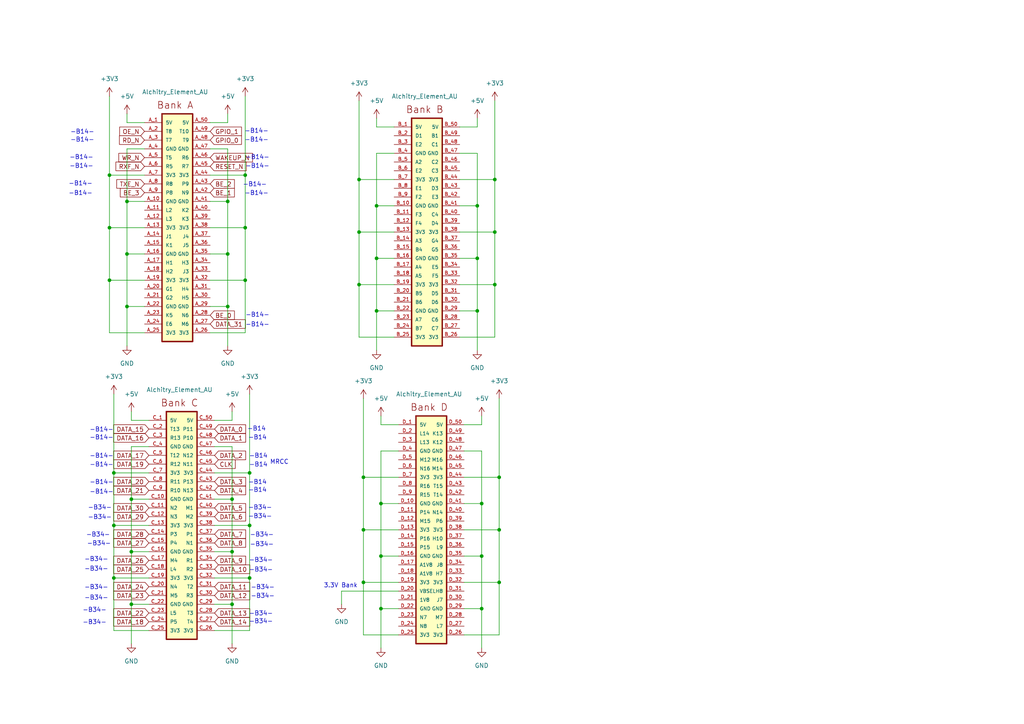
<source format=kicad_sch>
(kicad_sch (version 20231120) (generator "eeschema") (generator_version "8.0")
  (paper "A4")
  (lib_symbols
    (symbol "handheld_mri:Alchitry_Element_AU" (pin_names (offset 1.016))
      (property "Value" "Alchitry_Element_AU" (at -3.81 -38.1 0))
      (symbol "Alchitry_Element_AU_1_0"
        (rectangle (start -3.81 30.48) (end 5.08 -35.56) (stroke (width 0.4064)) (fill (type background)))
        (text "Bank A" (at 0 33.02 0) (effects (font (size 2 2))))
        (pin passive line (at -8.89 27.94 0) (length 5.08) (name "5V") (number "A_1"))
        (pin passive line (at -8.89 5.08 0) (length 5.08) (name "GND") (number "A_10"))
        (pin passive line (at -8.89 2.54 0) (length 5.08) (name "L2") (number "A_11"))
        (pin passive line (at -8.89 0 0) (length 5.08) (name "L3") (number "A_12"))
        (pin passive line (at -8.89 -2.54 0) (length 5.08) (name "3V3") (number "A_13"))
        (pin passive line (at -8.89 -5.08 0) (length 5.08) (name "J1") (number "A_14"))
        (pin passive line (at -8.89 -7.62 0) (length 5.08) (name "K1") (number "A_15"))
        (pin passive line (at -8.89 -10.16 0) (length 5.08) (name "GND") (number "A_16"))
        (pin passive line (at -8.89 -12.7 0) (length 5.08) (name "H1") (number "A_17"))
        (pin passive line (at -8.89 -15.24 0) (length 5.08) (name "H2") (number "A_18"))
        (pin passive line (at -8.89 -17.78 0) (length 5.08) (name "3V3") (number "A_19"))
        (pin passive line (at -8.89 25.4 0) (length 5.08) (name "T8") (number "A_2"))
        (pin passive line (at -8.89 -20.32 0) (length 5.08) (name "G1") (number "A_20"))
        (pin passive line (at -8.89 -22.86 0) (length 5.08) (name "G2") (number "A_21"))
        (pin passive line (at -8.89 -25.4 0) (length 5.08) (name "GND") (number "A_22"))
        (pin passive line (at -8.89 -27.94 0) (length 5.08) (name "K5") (number "A_23"))
        (pin passive line (at -8.89 -30.48 0) (length 5.08) (name "E6") (number "A_24"))
        (pin passive line (at -8.89 -33.02 0) (length 5.08) (name "3V3") (number "A_25"))
        (pin passive line (at 10.16 -33.02 180) (length 5.08) (name "3V3") (number "A_26"))
        (pin passive line (at 10.16 -30.48 180) (length 5.08) (name "M6") (number "A_27"))
        (pin passive line (at 10.16 -27.94 180) (length 5.08) (name "N6") (number "A_28"))
        (pin passive line (at 10.16 -25.4 180) (length 5.08) (name "GND") (number "A_29"))
        (pin passive line (at -8.89 22.86 0) (length 5.08) (name "T7") (number "A_3"))
        (pin passive line (at 10.16 -22.86 180) (length 5.08) (name "H5") (number "A_30"))
        (pin passive line (at 10.16 -20.32 180) (length 5.08) (name "H4") (number "A_31"))
        (pin passive line (at 10.16 -17.78 180) (length 5.08) (name "3V3") (number "A_32"))
        (pin passive line (at 10.16 -15.24 180) (length 5.08) (name "J3") (number "A_33"))
        (pin passive line (at 10.16 -12.7 180) (length 5.08) (name "H3") (number "A_34"))
        (pin passive line (at 10.16 -10.16 180) (length 5.08) (name "GND") (number "A_35"))
        (pin passive line (at 10.16 -7.62 180) (length 5.08) (name "J5") (number "A_36"))
        (pin passive line (at 10.16 -5.08 180) (length 5.08) (name "J4") (number "A_37"))
        (pin passive line (at 10.16 -2.54 180) (length 5.08) (name "3V3") (number "A_38"))
        (pin passive line (at 10.16 0 180) (length 5.08) (name "K3") (number "A_39"))
        (pin passive line (at -8.89 20.32 0) (length 5.08) (name "GND") (number "A_4"))
        (pin passive line (at 10.16 2.54 180) (length 5.08) (name "K2") (number "A_40"))
        (pin passive line (at 10.16 5.08 180) (length 5.08) (name "GND") (number "A_41"))
        (pin passive line (at 10.16 7.62 180) (length 5.08) (name "N9") (number "A_42"))
        (pin passive line (at 10.16 10.16 180) (length 5.08) (name "P9") (number "A_43"))
        (pin passive line (at 10.16 12.7 180) (length 5.08) (name "3V3") (number "A_44"))
        (pin passive line (at 10.16 15.24 180) (length 5.08) (name "R7") (number "A_45"))
        (pin passive line (at 10.16 17.78 180) (length 5.08) (name "R6") (number "A_46"))
        (pin passive line (at 10.16 20.32 180) (length 5.08) (name "GND") (number "A_47"))
        (pin passive line (at 10.16 22.86 180) (length 5.08) (name "T9") (number "A_48"))
        (pin passive line (at 10.16 25.4 180) (length 5.08) (name "T10") (number "A_49"))
        (pin passive line (at -8.89 17.78 0) (length 5.08) (name "T5") (number "A_5"))
        (pin passive line (at 10.16 27.94 180) (length 5.08) (name "5V") (number "A_50"))
        (pin passive line (at -8.89 15.24 0) (length 5.08) (name "R5") (number "A_6"))
        (pin passive line (at -8.89 12.7 0) (length 5.08) (name "3V3") (number "A_7"))
        (pin passive line (at -8.89 10.16 0) (length 5.08) (name "R8") (number "A_8"))
        (pin passive line (at -8.89 7.62 0) (length 5.08) (name "P8") (number "A_9"))
      )
      (symbol "Alchitry_Element_AU_2_0"
        (rectangle (start -3.81 30.48) (end 5.08 -35.56) (stroke (width 0.4064)) (fill (type background)))
        (text "Bank B" (at 0 33.02 0) (effects (font (size 2 2))))
        (pin passive line (at -8.89 27.94 0) (length 5.08) (name "5V") (number "B_1"))
        (pin passive line (at -8.89 5.08 0) (length 5.08) (name "GND") (number "B_10"))
        (pin passive line (at -8.89 2.54 0) (length 5.08) (name "F3") (number "B_11"))
        (pin passive line (at -8.89 0 0) (length 5.08) (name "F4") (number "B_12"))
        (pin passive line (at -8.89 -2.54 0) (length 5.08) (name "3V3") (number "B_13"))
        (pin passive line (at -8.89 -5.08 0) (length 5.08) (name "A3") (number "B_14"))
        (pin passive line (at -8.89 -7.62 0) (length 5.08) (name "B4") (number "B_15"))
        (pin passive line (at -8.89 -10.16 0) (length 5.08) (name "GND") (number "B_16"))
        (pin passive line (at -8.89 -12.7 0) (length 5.08) (name "A4") (number "B_17"))
        (pin passive line (at -8.89 -15.24 0) (length 5.08) (name "A5") (number "B_18"))
        (pin passive line (at -8.89 -17.78 0) (length 5.08) (name "3V3") (number "B_19"))
        (pin passive line (at -8.89 25.4 0) (length 5.08) (name "D1") (number "B_2"))
        (pin passive line (at -8.89 -20.32 0) (length 5.08) (name "B5") (number "B_20"))
        (pin passive line (at -8.89 -22.86 0) (length 5.08) (name "B6") (number "B_21"))
        (pin passive line (at -8.89 -25.4 0) (length 5.08) (name "GND") (number "B_22"))
        (pin passive line (at -8.89 -27.94 0) (length 5.08) (name "A7") (number "B_23"))
        (pin passive line (at -8.89 -30.48 0) (length 5.08) (name "B7") (number "B_24"))
        (pin passive line (at -8.89 -33.02 0) (length 5.08) (name "3V3") (number "B_25"))
        (pin passive line (at 10.16 -33.02 180) (length 5.08) (name "3V3") (number "B_26"))
        (pin passive line (at 10.16 -30.48 180) (length 5.08) (name "C7") (number "B_27"))
        (pin passive line (at 10.16 -27.94 180) (length 5.08) (name "C6") (number "B_28"))
        (pin passive line (at 10.16 -25.4 180) (length 5.08) (name "GND") (number "B_29"))
        (pin passive line (at -8.89 22.86 0) (length 5.08) (name "E2") (number "B_3"))
        (pin passive line (at 10.16 -22.86 180) (length 5.08) (name "D6") (number "B_30"))
        (pin passive line (at 10.16 -20.32 180) (length 5.08) (name "D5") (number "B_31"))
        (pin passive line (at 10.16 -17.78 180) (length 5.08) (name "3V3") (number "B_32"))
        (pin passive line (at 10.16 -15.24 180) (length 5.08) (name "F5") (number "B_33"))
        (pin passive line (at 10.16 -12.7 180) (length 5.08) (name "E5") (number "B_34"))
        (pin passive line (at 10.16 -10.16 180) (length 5.08) (name "GND") (number "B_35"))
        (pin passive line (at 10.16 -7.62 180) (length 5.08) (name "G5") (number "B_36"))
        (pin passive line (at 10.16 -5.08 180) (length 5.08) (name "G4") (number "B_37"))
        (pin passive line (at 10.16 -2.54 180) (length 5.08) (name "3V3") (number "B_38"))
        (pin passive line (at 10.16 0 180) (length 5.08) (name "D4") (number "B_39"))
        (pin passive line (at -8.89 20.32 0) (length 5.08) (name "GND") (number "B_4"))
        (pin passive line (at 10.16 2.54 180) (length 5.08) (name "C4") (number "B_40"))
        (pin passive line (at 10.16 5.08 180) (length 5.08) (name "GND") (number "B_41"))
        (pin passive line (at 10.16 7.62 180) (length 5.08) (name "E3") (number "B_42"))
        (pin passive line (at 10.16 10.16 180) (length 5.08) (name "D3") (number "B_43"))
        (pin passive line (at 10.16 12.7 180) (length 5.08) (name "3V3") (number "B_44"))
        (pin passive line (at 10.16 15.24 180) (length 5.08) (name "C3") (number "B_45"))
        (pin passive line (at 10.16 17.78 180) (length 5.08) (name "C2") (number "B_46"))
        (pin passive line (at 10.16 20.32 180) (length 5.08) (name "GND") (number "B_47"))
        (pin passive line (at 10.16 22.86 180) (length 5.08) (name "C1") (number "B_48"))
        (pin passive line (at 10.16 25.4 180) (length 5.08) (name "B1") (number "B_49"))
        (pin passive line (at -8.89 17.78 0) (length 5.08) (name "A2") (number "B_5"))
        (pin passive line (at 10.16 27.94 180) (length 5.08) (name "5V") (number "B_50"))
        (pin passive line (at -8.89 15.24 0) (length 5.08) (name "E2") (number "B_6"))
        (pin passive line (at -8.89 12.7 0) (length 5.08) (name "3V3") (number "B_7"))
        (pin passive line (at -8.89 10.16 0) (length 5.08) (name "E1") (number "B_8"))
        (pin passive line (at -8.89 7.62 0) (length 5.08) (name "F2") (number "B_9"))
      )
      (symbol "Alchitry_Element_AU_3_0"
        (rectangle (start -3.81 30.48) (end 5.08 -35.56) (stroke (width 0.4064)) (fill (type background)))
        (text "Bank C" (at 0 33.02 0) (effects (font (size 2 2))))
        (pin passive line (at -8.89 27.94 0) (length 5.08) (name "5V") (number "C_1"))
        (pin passive line (at -8.89 5.08 0) (length 5.08) (name "GND") (number "C_10"))
        (pin passive line (at -8.89 2.54 0) (length 5.08) (name "N2") (number "C_11"))
        (pin passive line (at -8.89 0 0) (length 5.08) (name "N3") (number "C_12"))
        (pin passive line (at -8.89 -2.54 0) (length 5.08) (name "3V3") (number "C_13"))
        (pin passive line (at -8.89 -5.08 0) (length 5.08) (name "P3") (number "C_14"))
        (pin passive line (at -8.89 -7.62 0) (length 5.08) (name "P4") (number "C_15"))
        (pin passive line (at -8.89 -10.16 0) (length 5.08) (name "GND") (number "C_16"))
        (pin passive line (at -8.89 -12.7 0) (length 5.08) (name "M4") (number "C_17"))
        (pin passive line (at -8.89 -15.24 0) (length 5.08) (name "L4") (number "C_18"))
        (pin passive line (at -8.89 -17.78 0) (length 5.08) (name "3V3") (number "C_19"))
        (pin passive line (at -8.89 25.4 0) (length 5.08) (name "T13") (number "C_2"))
        (pin passive line (at -8.89 -20.32 0) (length 5.08) (name "N4") (number "C_20"))
        (pin passive line (at -8.89 -22.86 0) (length 5.08) (name "M5") (number "C_21"))
        (pin passive line (at -8.89 -25.4 0) (length 5.08) (name "GND") (number "C_22"))
        (pin passive line (at -8.89 -27.94 0) (length 5.08) (name "L5") (number "C_23"))
        (pin passive line (at -8.89 -30.48 0) (length 5.08) (name "P5") (number "C_24"))
        (pin passive line (at -8.89 -33.02 0) (length 5.08) (name "3V3") (number "C_25"))
        (pin passive line (at 10.16 -33.02 180) (length 5.08) (name "3V3") (number "C_26"))
        (pin passive line (at 10.16 -30.48 180) (length 5.08) (name "T4") (number "C_27"))
        (pin passive line (at 10.16 -27.94 180) (length 5.08) (name "T3") (number "C_28"))
        (pin passive line (at 10.16 -25.4 180) (length 5.08) (name "GND") (number "C_29"))
        (pin passive line (at -8.89 22.86 0) (length 5.08) (name "R13") (number "C_3"))
        (pin passive line (at 10.16 -22.86 180) (length 5.08) (name "R3") (number "C_30"))
        (pin passive line (at 10.16 -20.32 180) (length 5.08) (name "T2") (number "C_31"))
        (pin passive line (at 10.16 -17.78 180) (length 5.08) (name "3V3") (number "C_32"))
        (pin passive line (at 10.16 -15.24 180) (length 5.08) (name "R2") (number "C_33"))
        (pin passive line (at 10.16 -12.7 180) (length 5.08) (name "R1") (number "C_34"))
        (pin passive line (at 10.16 -10.16 180) (length 5.08) (name "GND") (number "C_35"))
        (pin passive line (at 10.16 -7.62 180) (length 5.08) (name "N1") (number "C_36"))
        (pin passive line (at 10.16 -5.08 180) (length 5.08) (name "P1") (number "C_37"))
        (pin passive line (at 10.16 -2.54 180) (length 5.08) (name "3V3") (number "C_38"))
        (pin passive line (at 10.16 0 180) (length 5.08) (name "M2") (number "C_39"))
        (pin passive line (at -8.89 20.32 0) (length 5.08) (name "GND") (number "C_4"))
        (pin passive line (at 10.16 2.54 180) (length 5.08) (name "M1") (number "C_40"))
        (pin passive line (at 10.16 5.08 180) (length 5.08) (name "GND") (number "C_41"))
        (pin passive line (at 10.16 7.62 180) (length 5.08) (name "N13") (number "C_42"))
        (pin passive line (at 10.16 10.16 180) (length 5.08) (name "P13") (number "C_43"))
        (pin passive line (at 10.16 12.7 180) (length 5.08) (name "3V3") (number "C_44"))
        (pin passive line (at 10.16 15.24 180) (length 5.08) (name "N11") (number "C_45"))
        (pin passive line (at 10.16 17.78 180) (length 5.08) (name "N12") (number "C_46"))
        (pin passive line (at 10.16 20.32 180) (length 5.08) (name "GND") (number "C_47"))
        (pin passive line (at 10.16 22.86 180) (length 5.08) (name "P10") (number "C_48"))
        (pin passive line (at 10.16 25.4 180) (length 5.08) (name "P11") (number "C_49"))
        (pin passive line (at -8.89 17.78 0) (length 5.08) (name "T12") (number "C_5"))
        (pin passive line (at 10.16 27.94 180) (length 5.08) (name "5V") (number "C_50"))
        (pin passive line (at -8.89 15.24 0) (length 5.08) (name "R12") (number "C_6"))
        (pin passive line (at -8.89 12.7 0) (length 5.08) (name "3V3") (number "C_7"))
        (pin passive line (at -8.89 10.16 0) (length 5.08) (name "R11") (number "C_8"))
        (pin passive line (at -8.89 7.62 0) (length 5.08) (name "R10") (number "C_9"))
      )
      (symbol "Alchitry_Element_AU_4_0"
        (rectangle (start -3.81 30.48) (end 5.08 -35.56) (stroke (width 0.4064)) (fill (type background)))
        (text "Bank D" (at 0 33.02 0) (effects (font (size 2 2))))
        (pin passive line (at -8.89 27.94 0) (length 5.08) (name "5V") (number "D_1"))
        (pin passive line (at -8.89 5.08 0) (length 5.08) (name "GND") (number "D_10"))
        (pin passive line (at -8.89 2.54 0) (length 5.08) (name "P14") (number "D_11"))
        (pin passive line (at -8.89 0 0) (length 5.08) (name "M15") (number "D_12"))
        (pin passive line (at -8.89 -2.54 0) (length 5.08) (name "3V3") (number "D_13"))
        (pin passive line (at -8.89 -5.08 0) (length 5.08) (name "P16") (number "D_14"))
        (pin passive line (at -8.89 -7.62 0) (length 5.08) (name "P15") (number "D_15"))
        (pin passive line (at -8.89 -10.16 0) (length 5.08) (name "GND") (number "D_16"))
        (pin passive line (at -8.89 -12.7 0) (length 5.08) (name "A1V8") (number "D_17"))
        (pin passive line (at -8.89 -15.24 0) (length 5.08) (name "A1V8") (number "D_18"))
        (pin passive line (at -8.89 -17.78 0) (length 5.08) (name "3V3") (number "D_19"))
        (pin passive line (at -8.89 25.4 0) (length 5.08) (name "L14") (number "D_2"))
        (pin passive line (at -8.89 -20.32 0) (length 5.08) (name "VBSEL") (number "D_20"))
        (pin passive line (at -8.89 -22.86 0) (length 5.08) (name "1V8") (number "D_21"))
        (pin passive line (at -8.89 -25.4 0) (length 5.08) (name "GND") (number "D_22"))
        (pin passive line (at -8.89 -27.94 0) (length 5.08) (name "N7") (number "D_23"))
        (pin passive line (at -8.89 -30.48 0) (length 5.08) (name "N8") (number "D_24"))
        (pin passive line (at -8.89 -33.02 0) (length 5.08) (name "3V3") (number "D_25"))
        (pin passive line (at 10.16 -33.02 180) (length 5.08) (name "3V3") (number "D_26"))
        (pin passive line (at 10.16 -30.48 180) (length 5.08) (name "L7") (number "D_27"))
        (pin passive line (at 10.16 -27.94 180) (length 5.08) (name "M7") (number "D_28"))
        (pin passive line (at 10.16 -25.4 180) (length 5.08) (name "GND") (number "D_29"))
        (pin passive line (at -8.89 22.86 0) (length 5.08) (name "L13") (number "D_3"))
        (pin passive line (at 10.16 -22.86 180) (length 5.08) (name "J7") (number "D_30"))
        (pin passive line (at 10.16 -20.32 180) (length 5.08) (name "H8") (number "D_31"))
        (pin passive line (at 10.16 -17.78 180) (length 5.08) (name "3V3") (number "D_32"))
        (pin passive line (at 10.16 -15.24 180) (length 5.08) (name "H7") (number "D_33"))
        (pin passive line (at 10.16 -12.7 180) (length 5.08) (name "J8") (number "D_34"))
        (pin passive line (at 10.16 -10.16 180) (length 5.08) (name "GND") (number "D_35"))
        (pin passive line (at 10.16 -7.62 180) (length 5.08) (name "L9") (number "D_36"))
        (pin passive line (at 10.16 -5.08 180) (length 5.08) (name "H10") (number "D_37"))
        (pin passive line (at 10.16 -2.54 180) (length 5.08) (name "3V3") (number "D_38"))
        (pin passive line (at 10.16 0 180) (length 5.08) (name "P6") (number "D_39"))
        (pin passive line (at -8.89 20.32 0) (length 5.08) (name "GND") (number "D_4"))
        (pin passive line (at 10.16 2.54 180) (length 5.08) (name "N14") (number "D_40"))
        (pin passive line (at 10.16 5.08 180) (length 5.08) (name "GND") (number "D_41"))
        (pin passive line (at 10.16 7.62 180) (length 5.08) (name "T14") (number "D_42"))
        (pin passive line (at 10.16 10.16 180) (length 5.08) (name "T15") (number "D_43"))
        (pin passive line (at 10.16 12.7 180) (length 5.08) (name "3V3") (number "D_44"))
        (pin passive line (at 10.16 15.24 180) (length 5.08) (name "M14") (number "D_45"))
        (pin passive line (at 10.16 17.78 180) (length 5.08) (name "M16") (number "D_46"))
        (pin passive line (at 10.16 20.32 180) (length 5.08) (name "GND") (number "D_47"))
        (pin passive line (at 10.16 22.86 180) (length 5.08) (name "K12") (number "D_48"))
        (pin passive line (at 10.16 25.4 180) (length 5.08) (name "K13") (number "D_49"))
        (pin passive line (at -8.89 17.78 0) (length 5.08) (name "M12") (number "D_5"))
        (pin passive line (at 10.16 27.94 180) (length 5.08) (name "5V") (number "D_50"))
        (pin passive line (at -8.89 15.24 0) (length 5.08) (name "N16") (number "D_6"))
        (pin passive line (at -8.89 12.7 0) (length 5.08) (name "3V3") (number "D_7"))
        (pin passive line (at -8.89 10.16 0) (length 5.08) (name "R16") (number "D_8"))
        (pin passive line (at -8.89 7.62 0) (length 5.08) (name "R15") (number "D_9"))
      )
    )
    (symbol "power:+3V3" (power) (pin_names (offset 0))
      (property "Value" "+3V3" (at 0 3.556 0))
      (symbol "+3V3_0_1"
        (polyline (pts (xy -0.762 1.27) (xy 0 2.54)))
        (polyline (pts (xy 0 0) (xy 0 2.54)))
        (polyline (pts (xy 0 2.54) (xy 0.762 1.27)))
      )
      (symbol "+3V3_1_1"
        (pin power_in line (at 0 0 90) (length 0) hide (name "+3V3") (number "1"))
      )
    )
    (symbol "power:+5V" (power) (pin_names (offset 0))
      (property "Value" "+5V" (at 0 3.556 0))
      (symbol "+5V_0_1"
        (polyline (pts (xy -0.762 1.27) (xy 0 2.54)))
        (polyline (pts (xy 0 0) (xy 0 2.54)))
        (polyline (pts (xy 0 2.54) (xy 0.762 1.27)))
      )
      (symbol "+5V_1_1"
        (pin power_in line (at 0 0 90) (length 0) hide (name "+5V") (number "1"))
      )
    )
    (symbol "power:GND" (power) (pin_names (offset 0))
      (property "Value" "GND" (at 0 -3.81 0))
      (symbol "GND_0_1"
        (polyline (pts (xy 0 0) (xy 0 -1.27) (xy 1.27 -1.27) (xy 0 -2.54) (xy -1.27 -1.27) (xy 0 -1.27)))
      )
      (symbol "GND_1_1"
        (pin power_in line (at 0 0 270) (length 0) hide (name "GND") (number "1"))
      )
    )
  )
  (junction (at 71.12 50.8))
  (junction (at 33.02 137.16))
  (junction (at 38.1 144.78))
  (junction (at 110.49 146.05))
  (junction (at 36.83 88.9))
  (junction (at 143.51 67.31))
  (junction (at 36.83 58.42))
  (junction (at 33.02 167.64))
  (junction (at 71.12 66.04))
  (junction (at 139.7 146.05))
  (junction (at 143.51 82.55))
  (junction (at 67.31 160.02))
  (junction (at 144.78 168.91))
  (junction (at 104.14 82.55))
  (junction (at 144.78 153.67))
  (junction (at 72.39 137.16))
  (junction (at 109.22 59.69))
  (junction (at 71.12 81.28))
  (junction (at 144.78 138.43))
  (junction (at 105.41 138.43))
  (junction (at 104.14 67.31))
  (junction (at 104.14 52.07))
  (junction (at 138.43 59.69))
  (junction (at 31.75 81.28))
  (junction (at 36.83 73.66))
  (junction (at 31.75 50.8))
  (junction (at 105.41 153.67))
  (junction (at 33.02 152.4))
  (junction (at 110.49 176.53))
  (junction (at 72.39 167.64))
  (junction (at 105.41 168.91))
  (junction (at 66.04 73.66))
  (junction (at 138.43 90.17))
  (junction (at 110.49 161.29))
  (junction (at 139.7 176.53))
  (junction (at 67.31 175.26))
  (junction (at 143.51 52.07))
  (junction (at 109.22 90.17))
  (junction (at 72.39 152.4))
  (junction (at 67.31 144.78))
  (junction (at 66.04 88.9))
  (junction (at 109.22 74.93))
  (junction (at 138.43 74.93))
  (junction (at 139.7 161.29))
  (junction (at 31.75 66.04))
  (junction (at 66.04 58.42))
  (junction (at 38.1 160.02))
  (junction (at 38.1 175.26))
  (wire (pts (xy 71.12 81.28) (xy 71.12 66.04)))
  (wire (pts (xy 105.41 115.57) (xy 105.41 138.43)))
  (wire (pts (xy 109.22 90.17) (xy 114.3 90.17)))
  (wire (pts (xy 62.23 121.92) (xy 67.31 121.92)))
  (wire (pts (xy 72.39 152.4) (xy 72.39 137.16)))
  (wire (pts (xy 60.96 35.56) (xy 66.04 35.56)))
  (wire (pts (xy 138.43 74.93) (xy 133.35 74.93)))
  (wire (pts (xy 66.04 43.18) (xy 66.04 58.42)))
  (wire (pts (xy 134.62 123.19) (xy 139.7 123.19)))
  (wire (pts (xy 66.04 88.9) (xy 60.96 88.9)))
  (wire (pts (xy 67.31 175.26) (xy 67.31 186.69)))
  (wire (pts (xy 66.04 58.42) (xy 60.96 58.42)))
  (wire (pts (xy 66.04 58.42) (xy 66.04 73.66)))
  (wire (pts (xy 36.83 88.9) (xy 36.83 100.33)))
  (wire (pts (xy 31.75 96.52) (xy 31.75 81.28)))
  (wire (pts (xy 133.35 97.79) (xy 143.51 97.79)))
  (wire (pts (xy 38.1 175.26) (xy 38.1 186.69)))
  (wire (pts (xy 38.1 129.54) (xy 38.1 144.78)))
  (wire (pts (xy 115.57 184.15) (xy 105.41 184.15)))
  (wire (pts (xy 138.43 44.45) (xy 138.43 59.69)))
  (wire (pts (xy 115.57 123.19) (xy 110.49 123.19)))
  (wire (pts (xy 31.75 66.04) (xy 41.91 66.04)))
  (wire (pts (xy 38.1 175.26) (xy 43.18 175.26)))
  (wire (pts (xy 110.49 146.05) (xy 110.49 161.29)))
  (wire (pts (xy 138.43 59.69) (xy 138.43 74.93)))
  (wire (pts (xy 36.83 43.18) (xy 36.83 58.42)))
  (wire (pts (xy 104.14 82.55) (xy 104.14 67.31)))
  (wire (pts (xy 60.96 43.18) (xy 66.04 43.18)))
  (wire (pts (xy 144.78 184.15) (xy 144.78 168.91)))
  (wire (pts (xy 144.78 153.67) (xy 134.62 153.67)))
  (wire (pts (xy 38.1 144.78) (xy 38.1 160.02)))
  (wire (pts (xy 133.35 36.83) (xy 138.43 36.83)))
  (wire (pts (xy 67.31 144.78) (xy 67.31 160.02)))
  (wire (pts (xy 38.1 160.02) (xy 43.18 160.02)))
  (wire (pts (xy 110.49 176.53) (xy 115.57 176.53)))
  (wire (pts (xy 109.22 36.83) (xy 109.22 34.29)))
  (wire (pts (xy 104.14 52.07) (xy 114.3 52.07)))
  (wire (pts (xy 67.31 160.02) (xy 62.23 160.02)))
  (wire (pts (xy 62.23 182.88) (xy 72.39 182.88)))
  (wire (pts (xy 71.12 27.94) (xy 71.12 50.8)))
  (wire (pts (xy 72.39 152.4) (xy 62.23 152.4)))
  (wire (pts (xy 43.18 121.92) (xy 38.1 121.92)))
  (wire (pts (xy 71.12 66.04) (xy 60.96 66.04)))
  (wire (pts (xy 36.83 58.42) (xy 36.83 73.66)))
  (wire (pts (xy 139.7 123.19) (xy 139.7 120.65)))
  (wire (pts (xy 38.1 121.92) (xy 38.1 119.38)))
  (wire (pts (xy 72.39 114.3) (xy 72.39 137.16)))
  (wire (pts (xy 143.51 82.55) (xy 143.51 67.31)))
  (wire (pts (xy 31.75 81.28) (xy 31.75 66.04)))
  (wire (pts (xy 72.39 137.16) (xy 62.23 137.16)))
  (wire (pts (xy 144.78 153.67) (xy 144.78 138.43)))
  (wire (pts (xy 143.51 82.55) (xy 133.35 82.55)))
  (wire (pts (xy 109.22 44.45) (xy 109.22 59.69)))
  (wire (pts (xy 138.43 74.93) (xy 138.43 90.17)))
  (wire (pts (xy 139.7 146.05) (xy 134.62 146.05)))
  (wire (pts (xy 66.04 88.9) (xy 66.04 100.33)))
  (wire (pts (xy 139.7 146.05) (xy 139.7 161.29)))
  (wire (pts (xy 144.78 168.91) (xy 144.78 153.67)))
  (wire (pts (xy 72.39 167.64) (xy 62.23 167.64)))
  (wire (pts (xy 115.57 130.81) (xy 110.49 130.81)))
  (wire (pts (xy 104.14 67.31) (xy 114.3 67.31)))
  (wire (pts (xy 36.83 58.42) (xy 41.91 58.42)))
  (wire (pts (xy 105.41 138.43) (xy 115.57 138.43)))
  (wire (pts (xy 143.51 67.31) (xy 133.35 67.31)))
  (wire (pts (xy 105.41 168.91) (xy 105.41 153.67)))
  (wire (pts (xy 33.02 114.3) (xy 33.02 137.16)))
  (wire (pts (xy 104.14 97.79) (xy 104.14 82.55)))
  (wire (pts (xy 33.02 167.64) (xy 43.18 167.64)))
  (wire (pts (xy 143.51 67.31) (xy 143.51 52.07)))
  (wire (pts (xy 138.43 36.83) (xy 138.43 34.29)))
  (wire (pts (xy 36.83 73.66) (xy 36.83 88.9)))
  (wire (pts (xy 105.41 168.91) (xy 115.57 168.91)))
  (wire (pts (xy 110.49 123.19) (xy 110.49 120.65)))
  (wire (pts (xy 67.31 175.26) (xy 62.23 175.26)))
  (wire (pts (xy 109.22 74.93) (xy 109.22 90.17)))
  (wire (pts (xy 143.51 29.21) (xy 143.51 52.07)))
  (wire (pts (xy 31.75 66.04) (xy 31.75 50.8)))
  (wire (pts (xy 105.41 184.15) (xy 105.41 168.91)))
  (wire (pts (xy 143.51 52.07) (xy 133.35 52.07)))
  (wire (pts (xy 139.7 161.29) (xy 134.62 161.29)))
  (wire (pts (xy 38.1 144.78) (xy 43.18 144.78)))
  (wire (pts (xy 144.78 168.91) (xy 134.62 168.91)))
  (wire (pts (xy 143.51 97.79) (xy 143.51 82.55)))
  (wire (pts (xy 110.49 176.53) (xy 110.49 187.96)))
  (wire (pts (xy 72.39 167.64) (xy 72.39 152.4)))
  (wire (pts (xy 67.31 129.54) (xy 67.31 144.78)))
  (wire (pts (xy 99.06 171.45) (xy 115.57 171.45)))
  (wire (pts (xy 62.23 129.54) (xy 67.31 129.54)))
  (wire (pts (xy 104.14 29.21) (xy 104.14 52.07)))
  (wire (pts (xy 33.02 167.64) (xy 33.02 152.4)))
  (wire (pts (xy 139.7 130.81) (xy 139.7 146.05)))
  (wire (pts (xy 114.3 36.83) (xy 109.22 36.83)))
  (wire (pts (xy 104.14 67.31) (xy 104.14 52.07)))
  (wire (pts (xy 138.43 90.17) (xy 138.43 101.6)))
  (wire (pts (xy 36.83 73.66) (xy 41.91 73.66)))
  (wire (pts (xy 104.14 82.55) (xy 114.3 82.55)))
  (wire (pts (xy 41.91 43.18) (xy 36.83 43.18)))
  (wire (pts (xy 99.06 175.26) (xy 99.06 171.45)))
  (wire (pts (xy 41.91 96.52) (xy 31.75 96.52)))
  (wire (pts (xy 71.12 50.8) (xy 60.96 50.8)))
  (wire (pts (xy 110.49 161.29) (xy 115.57 161.29)))
  (wire (pts (xy 144.78 138.43) (xy 134.62 138.43)))
  (wire (pts (xy 109.22 90.17) (xy 109.22 101.6)))
  (wire (pts (xy 72.39 182.88) (xy 72.39 167.64)))
  (wire (pts (xy 43.18 182.88) (xy 33.02 182.88)))
  (wire (pts (xy 66.04 35.56) (xy 66.04 33.02)))
  (wire (pts (xy 109.22 74.93) (xy 114.3 74.93)))
  (wire (pts (xy 139.7 176.53) (xy 139.7 187.96)))
  (wire (pts (xy 33.02 152.4) (xy 33.02 137.16)))
  (wire (pts (xy 31.75 50.8) (xy 41.91 50.8)))
  (wire (pts (xy 110.49 161.29) (xy 110.49 176.53)))
  (wire (pts (xy 138.43 59.69) (xy 133.35 59.69)))
  (wire (pts (xy 134.62 130.81) (xy 139.7 130.81)))
  (wire (pts (xy 33.02 182.88) (xy 33.02 167.64)))
  (wire (pts (xy 144.78 115.57) (xy 144.78 138.43)))
  (wire (pts (xy 60.96 96.52) (xy 71.12 96.52)))
  (wire (pts (xy 67.31 160.02) (xy 67.31 175.26)))
  (wire (pts (xy 138.43 90.17) (xy 133.35 90.17)))
  (wire (pts (xy 110.49 130.81) (xy 110.49 146.05)))
  (wire (pts (xy 114.3 44.45) (xy 109.22 44.45)))
  (wire (pts (xy 36.83 88.9) (xy 41.91 88.9)))
  (wire (pts (xy 71.12 66.04) (xy 71.12 50.8)))
  (wire (pts (xy 105.41 153.67) (xy 105.41 138.43)))
  (wire (pts (xy 139.7 176.53) (xy 134.62 176.53)))
  (wire (pts (xy 38.1 160.02) (xy 38.1 175.26)))
  (wire (pts (xy 71.12 81.28) (xy 60.96 81.28)))
  (wire (pts (xy 66.04 73.66) (xy 60.96 73.66)))
  (wire (pts (xy 66.04 73.66) (xy 66.04 88.9)))
  (wire (pts (xy 71.12 96.52) (xy 71.12 81.28)))
  (wire (pts (xy 109.22 59.69) (xy 114.3 59.69)))
  (wire (pts (xy 36.83 35.56) (xy 36.83 33.02)))
  (wire (pts (xy 109.22 59.69) (xy 109.22 74.93)))
  (wire (pts (xy 33.02 152.4) (xy 43.18 152.4)))
  (wire (pts (xy 67.31 144.78) (xy 62.23 144.78)))
  (wire (pts (xy 33.02 137.16) (xy 43.18 137.16)))
  (wire (pts (xy 105.41 153.67) (xy 115.57 153.67)))
  (wire (pts (xy 31.75 27.94) (xy 31.75 50.8)))
  (wire (pts (xy 67.31 121.92) (xy 67.31 119.38)))
  (wire (pts (xy 43.18 129.54) (xy 38.1 129.54)))
  (wire (pts (xy 41.91 35.56) (xy 36.83 35.56)))
  (wire (pts (xy 110.49 146.05) (xy 115.57 146.05)))
  (wire (pts (xy 31.75 81.28) (xy 41.91 81.28)))
  (wire (pts (xy 134.62 184.15) (xy 144.78 184.15)))
  (wire (pts (xy 139.7 161.29) (xy 139.7 176.53)))
  (wire (pts (xy 114.3 97.79) (xy 104.14 97.79)))
  (wire (pts (xy 133.35 44.45) (xy 138.43 44.45)))
  (text "-B34-" (at 27.94 162.306 0) (effects (font (size 1.27 1.27))))
  (text "-B14-" (at 74.422 40.64 0) (effects (font (size 1.27 1.27))))
  (text "-B34-" (at 28.448 155.194 0) (effects (font (size 1.27 1.27))))
  (text "-B14-" (at 29.464 124.714 0) (effects (font (size 1.27 1.27))))
  (text "-B34-" (at 75.438 147.32 0) (effects (font (size 1.27 1.27))))
  (text "-B14-" (at 23.622 45.72 0) (effects (font (size 1.27 1.27))))
  (text "-B34-" (at 27.432 180.594 0) (effects (font (size 1.27 1.27))))
  (text "-B14-" (at 23.622 48.26 0) (effects (font (size 1.27 1.27))))
  (text "-B14-" (at 74.676 91.44 0) (effects (font (size 1.27 1.27))))
  (text "-B14" (at 74.676 139.954 0) (effects (font (size 1.27 1.27))))
  (text "-B14-" (at 73.914 53.594 0) (effects (font (size 1.27 1.27))))
  (text "-B34-" (at 76.2 172.974 0) (effects (font (size 1.27 1.27))))
  (text "-B34-" (at 27.94 173.482 0) (effects (font (size 1.27 1.27))))
  (text "-B14-" (at 23.368 56.134 0) (effects (font (size 1.27 1.27))))
  (text "-B14-" (at 29.464 142.748 0) (effects (font (size 1.27 1.27))))
  (text "-B14" (at 74.93 134.874 0) (effects (font (size 1.27 1.27))))
  (text "-B34-" (at 75.946 157.988 0) (effects (font (size 1.27 1.27))))
  (text "-B34-" (at 75.692 180.34 0) (effects (font (size 1.27 1.27))))
  (text "-B14-" (at 74.676 45.72 0) (effects (font (size 1.27 1.27))))
  (text "-B14-" (at 29.464 139.954 0) (effects (font (size 1.27 1.27))))
  (text "-B14-" (at 23.368 53.34 0) (effects (font (size 1.27 1.27))))
  (text "-B34-" (at 75.692 162.56 0) (effects (font (size 1.27 1.27))))
  (text "-B14-" (at 29.464 132.334 0) (effects (font (size 1.27 1.27))))
  (text "-B34-" (at 28.956 150.114 0) (effects (font (size 1.27 1.27))))
  (text "-B14-" (at 74.676 94.234 0) (effects (font (size 1.27 1.27))))
  (text "-B34-" (at 75.438 149.86 0) (effects (font (size 1.27 1.27))))
  (text "-B34-" (at 75.692 178.054 0) (effects (font (size 1.27 1.27))))
  (text "-B34-" (at 27.432 177.038 0) (effects (font (size 1.27 1.27))))
  (text "-B14-" (at 23.876 40.64 0) (effects (font (size 1.27 1.27))))
  (text "-B34-" (at 75.946 155.194 0) (effects (font (size 1.27 1.27))))
  (text "-B14-" (at 29.464 127 0) (effects (font (size 1.27 1.27))))
  (text "-B14-" (at 29.464 134.874 0) (effects (font (size 1.27 1.27))))
  (text "-B34-" (at 75.692 165.354 0) (effects (font (size 1.27 1.27))))
  (text "-B14-" (at 74.422 56.134 0) (effects (font (size 1.27 1.27))))
  (text "-B14-" (at 23.876 38.354 0) (effects (font (size 1.27 1.27))))
  (text "-B14" (at 74.422 124.46 0) (effects (font (size 1.27 1.27))))
  (text "-B14-" (at 74.422 38.1 0) (effects (font (size 1.27 1.27))))
  (text "-B34-" (at 76.2 170.434 0) (effects (font (size 1.27 1.27))))
  (text "-B14" (at 74.93 132.334 0) (effects (font (size 1.27 1.27))))
  (text "-B34-" (at 28.956 147.32 0) (effects (font (size 1.27 1.27))))
  (text "-B14" (at 74.676 127 0) (effects (font (size 1.27 1.27))))
  (text "-B14-" (at 74.676 48.26 0) (effects (font (size 1.27 1.27))))
  (text "-B34-" (at 27.94 165.1 0) (effects (font (size 1.27 1.27))))
  (text "-B34-" (at 28.702 157.734 0) (effects (font (size 1.27 1.27))))
  (text "-B14" (at 74.676 142.24 0) (effects (font (size 1.27 1.27))))
  (text "-B34-" (at 27.94 170.434 0) (effects (font (size 1.27 1.27))))
  (text "3.3V Bank" (at 98.806 169.926 0) (effects (font (size 1.27 1.27))))
  (text "MRCC" (at 81.026 134.112 0) (effects (font (size 1.27 1.27))))
  (global_label "WAKEUP_N" (shape input) (at 60.96 45.72 0) (property "Intersheetrefs" "${INTERSHEET_REFS}" (effects (hide yes))))
  (global_label "DATA_21" (shape input) (at 43.18 142.24 180) (property "Intersheetrefs" "${INTERSHEET_REFS}" (effects (hide yes))))
  (global_label "RESET_N" (shape input) (at 60.96 48.26 0) (property "Intersheetrefs" "${INTERSHEET_REFS}" (effects (hide yes))))
  (global_label "BE_0" (shape input) (at 60.96 91.44 0) (property "Intersheetrefs" "${INTERSHEET_REFS}" (effects (hide yes))))
  (global_label "DATA_20" (shape input) (at 43.18 139.7 180) (property "Intersheetrefs" "${INTERSHEET_REFS}" (effects (hide yes))))
  (global_label "DATA_23" (shape input) (at 43.18 172.72 180) (property "Intersheetrefs" "${INTERSHEET_REFS}" (effects (hide yes))))
  (global_label "DATA_6" (shape input) (at 62.23 149.86 0) (property "Intersheetrefs" "${INTERSHEET_REFS}" (effects (hide yes))))
  (global_label "DATA_0" (shape input) (at 62.23 124.46 0) (property "Intersheetrefs" "${INTERSHEET_REFS}" (effects (hide yes))))
  (global_label "DATA_25" (shape input) (at 43.18 165.1 180) (property "Intersheetrefs" "${INTERSHEET_REFS}" (effects (hide yes))))
  (global_label "DATA_3" (shape input) (at 62.23 139.7 0) (property "Intersheetrefs" "${INTERSHEET_REFS}" (effects (hide yes))))
  (global_label "BE_1" (shape input) (at 60.96 55.88 0) (property "Intersheetrefs" "${INTERSHEET_REFS}" (effects (hide yes))))
  (global_label "DATA_28" (shape input) (at 43.18 154.94 180) (property "Intersheetrefs" "${INTERSHEET_REFS}" (effects (hide yes))))
  (global_label "DATA_7" (shape input) (at 62.23 154.94 0) (property "Intersheetrefs" "${INTERSHEET_REFS}" (effects (hide yes))))
  (global_label "DATA_26" (shape input) (at 43.18 162.56 180) (property "Intersheetrefs" "${INTERSHEET_REFS}" (effects (hide yes))))
  (global_label "DATA_13" (shape input) (at 62.23 177.8 0) (property "Intersheetrefs" "${INTERSHEET_REFS}" (effects (hide yes))))
  (global_label "DATA_11" (shape input) (at 62.23 170.18 0) (property "Intersheetrefs" "${INTERSHEET_REFS}" (effects (hide yes))))
  (global_label "GPIO_1" (shape input) (at 60.96 38.1 0) (property "Intersheetrefs" "${INTERSHEET_REFS}" (effects (hide yes))))
  (global_label "WR_N" (shape input) (at 41.91 45.72 180) (property "Intersheetrefs" "${INTERSHEET_REFS}" (effects (hide yes))))
  (global_label "DATA_8" (shape input) (at 62.23 157.48 0) (property "Intersheetrefs" "${INTERSHEET_REFS}" (effects (hide yes))))
  (global_label "DATA_19" (shape input) (at 43.18 134.62 180) (property "Intersheetrefs" "${INTERSHEET_REFS}" (effects (hide yes))))
  (global_label "DATA_27" (shape input) (at 43.18 157.48 180) (property "Intersheetrefs" "${INTERSHEET_REFS}" (effects (hide yes))))
  (global_label "DATA_5" (shape input) (at 62.23 147.32 0) (property "Intersheetrefs" "${INTERSHEET_REFS}" (effects (hide yes))))
  (global_label "DATA_9" (shape input) (at 62.23 162.56 0) (property "Intersheetrefs" "${INTERSHEET_REFS}" (effects (hide yes))))
  (global_label "DATA_14" (shape input) (at 62.23 180.34 0) (property "Intersheetrefs" "${INTERSHEET_REFS}" (effects (hide yes))))
  (global_label "DATA_29" (shape input) (at 43.18 149.86 180) (property "Intersheetrefs" "${INTERSHEET_REFS}" (effects (hide yes))))
  (global_label "DATA_1" (shape input) (at 62.23 127 0) (property "Intersheetrefs" "${INTERSHEET_REFS}" (effects (hide yes))))
  (global_label "DATA_22" (shape input) (at 43.18 177.8 180) (property "Intersheetrefs" "${INTERSHEET_REFS}" (effects (hide yes))))
  (global_label "DATA_24" (shape input) (at 43.18 170.18 180) (property "Intersheetrefs" "${INTERSHEET_REFS}" (effects (hide yes))))
  (global_label "DATA_12" (shape input) (at 62.23 172.72 0) (property "Intersheetrefs" "${INTERSHEET_REFS}" (effects (hide yes))))
  (global_label "BE_3" (shape input) (at 41.91 55.88 180) (property "Intersheetrefs" "${INTERSHEET_REFS}" (effects (hide yes))))
  (global_label "DATA_2" (shape input) (at 62.23 132.08 0) (property "Intersheetrefs" "${INTERSHEET_REFS}" (effects (hide yes))))
  (global_label "DATA_31" (shape input) (at 60.96 93.98 0) (property "Intersheetrefs" "${INTERSHEET_REFS}" (effects (hide yes))))
  (global_label "DATA_10" (shape input) (at 62.23 165.1 0) (property "Intersheetrefs" "${INTERSHEET_REFS}" (effects (hide yes))))
  (global_label "CLK" (shape input) (at 62.23 134.62 0) (property "Intersheetrefs" "${INTERSHEET_REFS}" (effects (hide yes))))
  (global_label "DATA_30" (shape input) (at 43.18 147.32 180) (property "Intersheetrefs" "${INTERSHEET_REFS}" (effects (hide yes))))
  (global_label "DATA_15" (shape input) (at 43.18 124.46 180) (property "Intersheetrefs" "${INTERSHEET_REFS}" (effects (hide yes))))
  (global_label "RD_N" (shape input) (at 41.91 40.64 180) (property "Intersheetrefs" "${INTERSHEET_REFS}" (effects (hide yes))))
  (global_label "GPIO_0" (shape input) (at 60.96 40.64 0) (property "Intersheetrefs" "${INTERSHEET_REFS}" (effects (hide yes))))
  (global_label "DATA_18" (shape input) (at 43.18 180.34 180) (property "Intersheetrefs" "${INTERSHEET_REFS}" (effects (hide yes))))
  (global_label "TXE_N" (shape input) (at 41.91 53.34 180) (property "Intersheetrefs" "${INTERSHEET_REFS}" (effects (hide yes))))
  (global_label "DATA_4" (shape input) (at 62.23 142.24 0) (property "Intersheetrefs" "${INTERSHEET_REFS}" (effects (hide yes))))
  (global_label "DATA_16" (shape input) (at 43.18 127 180) (property "Intersheetrefs" "${INTERSHEET_REFS}" (effects (hide yes))))
  (global_label "DATA_17" (shape input) (at 43.18 132.08 180) (property "Intersheetrefs" "${INTERSHEET_REFS}" (effects (hide yes))))
  (global_label "OE_N" (shape input) (at 41.91 38.1 180) (property "Intersheetrefs" "${INTERSHEET_REFS}" (effects (hide yes))))
  (global_label "BE_2" (shape input) (at 60.96 53.34 0) (property "Intersheetrefs" "${INTERSHEET_REFS}" (effects (hide yes))))
  (global_label "RXF_N" (shape input) (at 41.91 48.26 180) (property "Intersheetrefs" "${INTERSHEET_REFS}" (effects (hide yes))))
  (symbol (lib_id "power:+5V") (at 110.49 120.65 0) (unit 1)
    (property "Reference" "#PWR058" (effects (hide yes)))
    (property "Value" "+5V" (at 110.49 115.57 0))
  )
  (symbol (lib_id "power:GND") (at 138.43 101.6 0) (mirror y) (unit 1)
    (property "Reference" "#PWR049" (effects (hide yes)))
    (property "Value" "GND" (at 138.43 106.68 0))
  )
  (symbol (lib_id "power:GND") (at 99.06 175.26 0) (mirror y) (unit 1)
    (property "Reference" "#PWR06" (effects (hide yes)))
    (property "Value" "GND" (at 99.06 180.34 0))
  )
  (symbol (lib_id "power:+5V") (at 139.7 120.65 0) (mirror y) (unit 1)
    (property "Reference" "#PWR060" (effects (hide yes)))
    (property "Value" "+5V" (at 139.7 115.57 0))
  )
  (symbol (lib_id "power:+5V") (at 109.22 34.29 0) (unit 1)
    (property "Reference" "#PWR046" (effects (hide yes)))
    (property "Value" "+5V" (at 109.22 29.21 0))
  )
  (symbol (lib_id "handheld_mri:Alchitry_Element_AU") (at 123.19 64.77 0) (unit 2)
    (property "Reference" "B1" (effects (hide yes)))
    (property "Value" "Alchitry_Element_AU" (at 123.19 27.94 0))
    (property "Footprint" "Handheld_MRI:Element" (effects (hide yes)))
  )
  (symbol (lib_id "power:+5V") (at 138.43 34.29 0) (mirror y) (unit 1)
    (property "Reference" "#PWR048" (effects (hide yes)))
    (property "Value" "+5V" (at 138.43 29.21 0))
  )
  (symbol (lib_id "power:GND") (at 38.1 186.69 0) (unit 1)
    (property "Reference" "#PWR053" (effects (hide yes)))
    (property "Value" "GND" (at 38.1 191.77 0))
  )
  (symbol (lib_id "power:+3V3") (at 143.51 29.21 0) (mirror y) (unit 1)
    (property "Reference" "#PWR050" (effects (hide yes)))
    (property "Value" "+3V3" (at 143.51 24.13 0))
  )
  (symbol (lib_id "power:+3V3") (at 72.39 114.3 0) (mirror y) (unit 1)
    (property "Reference" "#PWR056" (effects (hide yes)))
    (property "Value" "+3V3" (at 72.39 109.22 0))
  )
  (symbol (lib_id "power:+5V") (at 66.04 33.02 0) (mirror y) (unit 1)
    (property "Reference" "#PWR043" (effects (hide yes)))
    (property "Value" "+5V" (at 66.04 27.94 0))
  )
  (symbol (lib_id "power:GND") (at 110.49 187.96 0) (unit 1)
    (property "Reference" "#PWR059" (effects (hide yes)))
    (property "Value" "GND" (at 110.49 193.04 0))
  )
  (symbol (lib_id "power:+5V") (at 36.83 33.02 0) (unit 1)
    (property "Reference" "#PWR040" (effects (hide yes)))
    (property "Value" "+5V" (at 36.83 27.94 0))
  )
  (symbol (lib_id "power:+5V") (at 67.31 119.38 0) (mirror y) (unit 1)
    (property "Reference" "#PWR054" (effects (hide yes)))
    (property "Value" "+5V" (at 67.31 114.3 0))
  )
  (symbol (lib_id "power:GND") (at 109.22 101.6 0) (unit 1)
    (property "Reference" "#PWR047" (effects (hide yes)))
    (property "Value" "GND" (at 109.22 106.68 0))
  )
  (symbol (lib_id "power:+3V3") (at 105.41 115.57 0) (unit 1)
    (property "Reference" "#PWR057" (effects (hide yes)))
    (property "Value" "+3V3" (at 105.41 110.49 0))
  )
  (symbol (lib_id "power:+3V3") (at 71.12 27.94 0) (mirror y) (unit 1)
    (property "Reference" "#PWR039" (effects (hide yes)))
    (property "Value" "+3V3" (at 71.12 22.86 0))
  )
  (symbol (lib_id "power:+3V3") (at 33.02 114.3 0) (unit 1)
    (property "Reference" "#PWR051" (effects (hide yes)))
    (property "Value" "+3V3" (at 33.02 109.22 0))
  )
  (symbol (lib_id "power:+3V3") (at 144.78 115.57 0) (mirror y) (unit 1)
    (property "Reference" "#PWR062" (effects (hide yes)))
    (property "Value" "+3V3" (at 144.78 110.49 0))
  )
  (symbol (lib_id "power:+5V") (at 38.1 119.38 0) (unit 1)
    (property "Reference" "#PWR052" (effects (hide yes)))
    (property "Value" "+5V" (at 38.1 114.3 0))
  )
  (symbol (lib_id "handheld_mri:Alchitry_Element_AU") (at 124.46 151.13 0) (unit 4)
    (property "Reference" "B1" (effects (hide yes)))
    (property "Value" "Alchitry_Element_AU" (at 124.46 114.3 0))
    (property "Footprint" "Handheld_MRI:Element" (effects (hide yes)))
  )
  (symbol (lib_id "power:GND") (at 67.31 186.69 0) (mirror y) (unit 1)
    (property "Reference" "#PWR055" (effects (hide yes)))
    (property "Value" "GND" (at 67.31 191.77 0))
  )
  (symbol (lib_id "handheld_mri:Alchitry_Element_AU") (at 52.07 149.86 0) (unit 3)
    (property "Reference" "B1" (effects (hide yes)))
    (property "Value" "Alchitry_Element_AU" (at 52.07 113.03 0))
    (property "Footprint" "Handheld_MRI:Element" (effects (hide yes)))
  )
  (symbol (lib_id "power:GND") (at 66.04 100.33 0) (mirror y) (unit 1)
    (property "Reference" "#PWR044" (effects (hide yes)))
    (property "Value" "GND" (at 66.04 105.41 0))
  )
  (symbol (lib_id "power:GND") (at 36.83 100.33 0) (unit 1)
    (property "Reference" "#PWR042" (effects (hide yes)))
    (property "Value" "GND" (at 36.83 105.41 0))
  )
  (symbol (lib_id "handheld_mri:Alchitry_Element_AU") (at 50.8 63.5 0) (unit 1)
    (property "Reference" "B1" (effects (hide yes)))
    (property "Value" "Alchitry_Element_AU" (at 50.8 26.67 0))
    (property "Footprint" "Handheld_MRI:Element" (effects (hide yes)))
  )
  (symbol (lib_id "power:+3V3") (at 31.75 27.94 0) (unit 1)
    (property "Reference" "#PWR041" (effects (hide yes)))
    (property "Value" "+3V3" (at 31.75 22.86 0))
  )
  (symbol (lib_id "power:+3V3") (at 104.14 29.21 0) (unit 1)
    (property "Reference" "#PWR045" (effects (hide yes)))
    (property "Value" "+3V3" (at 104.14 24.13 0))
  )
  (symbol (lib_id "power:GND") (at 139.7 187.96 0) (mirror y) (unit 1)
    (property "Reference" "#PWR061" (effects (hide yes)))
    (property "Value" "GND" (at 139.7 193.04 0))
  )
)
</source>
